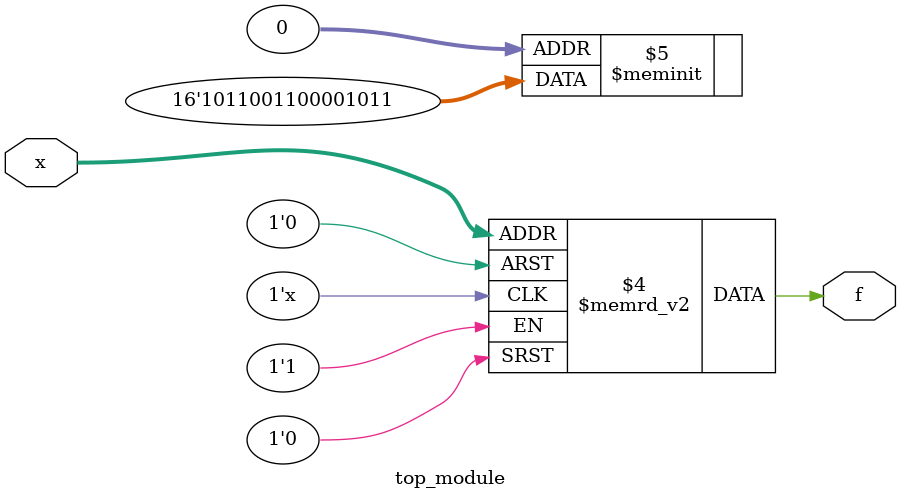
<source format=sv>
module top_module (
    input [4:1] x,
    output logic f
);

always_comb begin
    case ({x[4], x[3], x[2], x[1]})
        4'b0000: f = 1'b1;
        4'b0001: f = 1'b1;
        4'b0010: f = 1'b0;
        4'b0011: f = 1'b1;
        4'b0100: f = 1'b0;
        4'b0101: f = 1'b0;
        4'b0110: f = 1'b0;
        4'b0111: f = 1'b0;
        4'b1000: f = 1'b1;
        4'b1001: f = 1'b1;
        4'b1010: f = 1'b0;
        4'b1011: f = 1'b0;
        4'b1100: f = 1'b1;
        4'b1101: f = 1'b1;
        4'b1110: f = 1'b0;
        4'b1111: f = 1'b1;
    endcase
end

endmodule

</source>
